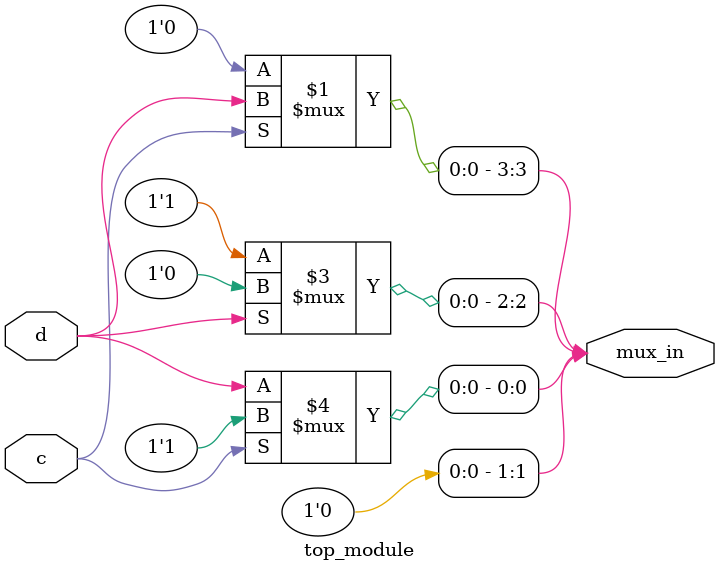
<source format=v>
module top_module (
    input c,
    input d,
    output [3:0] mux_in
); 
    assign mux_in[3] = c ? d : 1'b0;
    assign mux_in[2] = ~d ? 1'b1 : 1'b0;
    assign mux_in[1] = 1'b0;
    assign mux_in[0] = c ? 1'b1 : d;
endmodule

</source>
